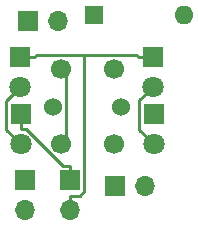
<source format=gbr>
G04 #@! TF.GenerationSoftware,KiCad,Pcbnew,(5.1.5-0-10_14)*
G04 #@! TF.CreationDate,2020-06-21T14:07:39+10:00*
G04 #@! TF.ProjectId,sq_indicator,73715f69-6e64-4696-9361-746f722e6b69,rev?*
G04 #@! TF.SameCoordinates,Original*
G04 #@! TF.FileFunction,Copper,L2,Bot*
G04 #@! TF.FilePolarity,Positive*
%FSLAX46Y46*%
G04 Gerber Fmt 4.6, Leading zero omitted, Abs format (unit mm)*
G04 Created by KiCad (PCBNEW (5.1.5-0-10_14)) date 2020-06-21 14:07:39*
%MOMM*%
%LPD*%
G04 APERTURE LIST*
%ADD10O,1.600000X1.600000*%
%ADD11R,1.600000X1.600000*%
%ADD12C,1.524000*%
%ADD13C,1.700000*%
%ADD14O,1.700000X1.700000*%
%ADD15R,1.700000X1.700000*%
%ADD16C,1.800000*%
%ADD17R,1.800000X1.800000*%
%ADD18C,0.250000*%
G04 APERTURE END LIST*
D10*
X175836000Y-84587000D03*
D11*
X168216000Y-84587000D03*
D12*
X164700000Y-92418500D03*
X170491000Y-92378500D03*
D13*
X165411000Y-95553500D03*
X165411000Y-89203500D03*
X169856000Y-95553500D03*
X169856000Y-89203500D03*
D14*
X165168000Y-85095000D03*
D15*
X162628000Y-85095000D03*
D14*
X172534000Y-99065000D03*
D15*
X169994000Y-99065000D03*
D14*
X166184000Y-101097000D03*
D15*
X166184000Y-98557000D03*
D14*
X162374000Y-101097000D03*
D15*
X162374000Y-98557000D03*
D16*
X173276000Y-95575000D03*
D17*
X173276000Y-93035000D03*
D16*
X161996000Y-95575000D03*
D17*
X161996000Y-93035000D03*
D16*
X173186000Y-90695000D03*
D17*
X173186000Y-88155000D03*
D16*
X161946000Y-90695000D03*
D17*
X161946000Y-88155000D03*
D18*
X167392900Y-88013900D02*
X171819600Y-88013900D01*
X171819600Y-88013900D02*
X171960700Y-88155000D01*
X163171300Y-88155000D02*
X163312400Y-88013900D01*
X163312400Y-88013900D02*
X167392900Y-88013900D01*
X167392900Y-88013900D02*
X167392900Y-99520800D01*
X167392900Y-99520800D02*
X166992000Y-99921700D01*
X166992000Y-99921700D02*
X166184000Y-99921700D01*
X166184000Y-101097000D02*
X166184000Y-99921700D01*
X173186000Y-88155000D02*
X171960700Y-88155000D01*
X161946000Y-88155000D02*
X163171300Y-88155000D01*
X166184000Y-98557000D02*
X166184000Y-97381700D01*
X161996000Y-93035000D02*
X161996000Y-94260300D01*
X161996000Y-94260300D02*
X162455600Y-94260300D01*
X162455600Y-94260300D02*
X165577000Y-97381700D01*
X165577000Y-97381700D02*
X166184000Y-97381700D01*
X161946000Y-90695000D02*
X160770600Y-91870400D01*
X160770600Y-91870400D02*
X160770600Y-94349600D01*
X160770600Y-94349600D02*
X161996000Y-95575000D01*
X173186000Y-90695000D02*
X172037900Y-91843100D01*
X172037900Y-91843100D02*
X172037900Y-94336900D01*
X172037900Y-94336900D02*
X173276000Y-95575000D01*
X165411000Y-89203500D02*
X165828500Y-89621000D01*
X165828500Y-89621000D02*
X165828500Y-95136000D01*
X165828500Y-95136000D02*
X165411000Y-95553500D01*
M02*

</source>
